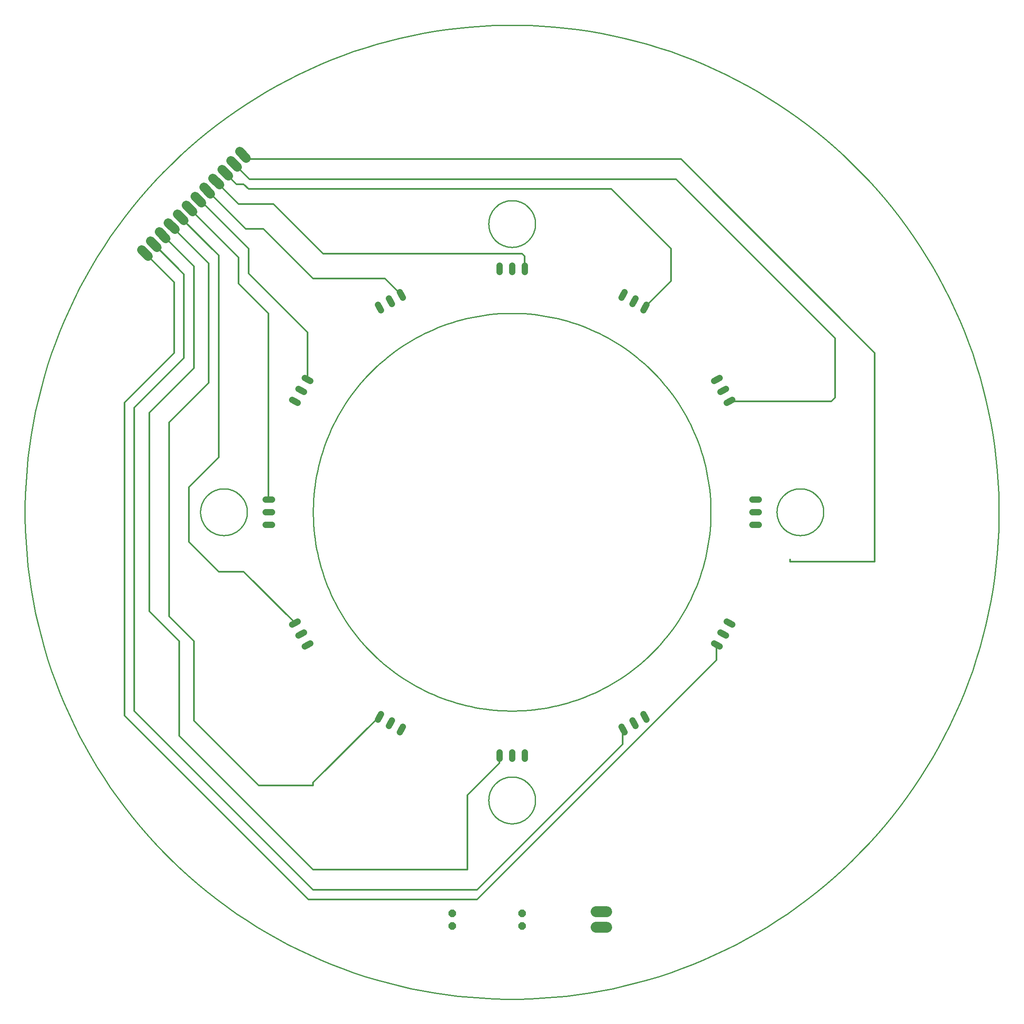
<source format=gtl>
G04 EAGLE Gerber RS-274X export*
G75*
%MOMM*%
%FSLAX34Y34*%
%LPD*%
%INTop Copper*%
%IPPOS*%
%AMOC8*
5,1,8,0,0,1.08239X$1,22.5*%
G01*
%ADD10P,1.583577X8X292.500000*%
%ADD11C,1.828800*%
%ADD12C,1.270000*%
%ADD13C,2.184400*%
%ADD14C,0.304800*%
%ADD15C,0.254000*%


D10*
X20000Y-807300D03*
X20000Y-832700D03*
X-120000Y-807300D03*
X-120000Y-832700D03*
D11*
X-534751Y712317D02*
X-547683Y725249D01*
X-565643Y707288D02*
X-552712Y694357D01*
X-570672Y676396D02*
X-583604Y689328D01*
X-601565Y671367D02*
X-588633Y658435D01*
X-606593Y640475D02*
X-619525Y653407D01*
X-637486Y635446D02*
X-624554Y622514D01*
X-642514Y604554D02*
X-655446Y617486D01*
X-673407Y599525D02*
X-660475Y586593D01*
X-678435Y568633D02*
X-691367Y581565D01*
X-709328Y563604D02*
X-696396Y550672D01*
X-714357Y532712D02*
X-727288Y545643D01*
X-745249Y527683D02*
X-732317Y514751D01*
D12*
X406153Y263822D02*
X417151Y270172D01*
X429851Y248175D02*
X418853Y241825D01*
X431553Y219828D02*
X442551Y226178D01*
X219828Y431553D02*
X226178Y442551D01*
X248175Y429851D02*
X241825Y418853D01*
X263822Y406153D02*
X270172Y417151D01*
X-25400Y483650D02*
X-25400Y496350D01*
X0Y496350D02*
X0Y483650D01*
X25400Y483650D02*
X25400Y496350D01*
X-263822Y406153D02*
X-270172Y417151D01*
X-248175Y429851D02*
X-241825Y418853D01*
X-219828Y431553D02*
X-226178Y442551D01*
X-431553Y219828D02*
X-442551Y226178D01*
X-429851Y248175D02*
X-418853Y241825D01*
X-406153Y263822D02*
X-417151Y270172D01*
X-483650Y-25400D02*
X-496350Y-25400D01*
X-496350Y0D02*
X-483650Y0D01*
X-483650Y25400D02*
X-496350Y25400D01*
X-406153Y-263822D02*
X-417151Y-270172D01*
X-429851Y-248175D02*
X-418853Y-241825D01*
X-431553Y-219828D02*
X-442551Y-226178D01*
X-219828Y-431553D02*
X-226178Y-442551D01*
X-248175Y-429851D02*
X-241825Y-418853D01*
X-263822Y-406153D02*
X-270172Y-417151D01*
X25400Y-483650D02*
X25400Y-496350D01*
X0Y-496350D02*
X0Y-483650D01*
X-25400Y-483650D02*
X-25400Y-496350D01*
X263822Y-406153D02*
X270172Y-417151D01*
X248175Y-429851D02*
X241825Y-418853D01*
X219828Y-431553D02*
X226178Y-442551D01*
X431553Y-219828D02*
X442551Y-226178D01*
X429851Y-248175D02*
X418853Y-241825D01*
X406153Y-263822D02*
X417151Y-270172D01*
D13*
X190922Y-836000D02*
X169078Y-836000D01*
X169078Y-804000D02*
X190922Y-804000D01*
D12*
X483650Y25400D02*
X496350Y25400D01*
X496350Y0D02*
X483650Y0D01*
X483650Y-25400D02*
X496350Y-25400D01*
D14*
X25400Y490000D02*
X25400Y514600D01*
X20000Y520000D01*
X-550197Y620000D02*
X-595099Y664901D01*
X-380000Y520000D02*
X20000Y520000D01*
X-380000Y520000D02*
X-480000Y620000D01*
X-550197Y620000D01*
X-255951Y470000D02*
X-223003Y437052D01*
X-536118Y570000D02*
X-613059Y646941D01*
X-400000Y470000D02*
X-255951Y470000D01*
X-400000Y470000D02*
X-500000Y570000D01*
X-536118Y570000D01*
X-411652Y361652D02*
X-411652Y266997D01*
X-530000Y480000D02*
X-530000Y530000D01*
X-628980Y628980D01*
X-631020Y628980D01*
X-530000Y480000D02*
X-411652Y361652D01*
X-490000Y400000D02*
X-490000Y25400D01*
X-550000Y512039D02*
X-648980Y611020D01*
X-550000Y460000D02*
X-490000Y400000D01*
X-550000Y460000D02*
X-550000Y512039D01*
X-540055Y-120000D02*
X-437052Y-223003D01*
X-540055Y-120000D02*
X-590000Y-120000D01*
X-650000Y-60000D01*
X-650000Y50000D01*
X-590000Y110000D01*
X-590000Y516118D02*
X-666941Y593059D01*
X-590000Y516118D02*
X-590000Y110000D01*
X-266997Y-411652D02*
X-400000Y-544655D01*
X-400000Y-550000D01*
X-510000Y-550000D01*
X-640000Y-420000D01*
X-640000Y-260000D02*
X-690000Y-210000D01*
X-610000Y500197D02*
X-684901Y575099D01*
X-640000Y-260000D02*
X-640000Y-420000D01*
X-690000Y-210000D02*
X-690000Y180000D01*
X-610000Y260000D01*
X-610000Y500197D01*
X-25400Y-490000D02*
X-25400Y-505400D01*
X-90000Y-570000D01*
X-90000Y-720000D01*
X-400000Y-720000D01*
X-670000Y-450000D01*
X-670000Y-260000D02*
X-730000Y-200000D01*
X-730000Y200000D01*
X-640000Y290000D01*
X-640000Y494276D02*
X-702862Y557138D01*
X-670000Y-260000D02*
X-670000Y-450000D01*
X-640000Y290000D02*
X-640000Y494276D01*
X223003Y-437052D02*
X223003Y-466997D01*
X-70000Y-760000D01*
X-400000Y-760000D01*
X-760000Y210000D02*
X-660000Y310000D01*
X-660000Y478355D01*
X-720822Y539178D01*
X-760000Y-400000D02*
X-400000Y-760000D01*
X-760000Y-400000D02*
X-760000Y210000D01*
X411652Y-266997D02*
X411652Y-298348D01*
X-410000Y-780000D02*
X-780000Y-410000D01*
X-780000Y220000D01*
X-680000Y320000D01*
X-680000Y462434D01*
X-738783Y521217D01*
X411652Y-298348D02*
X-70000Y-780000D01*
X-410000Y-780000D01*
X560000Y-100000D02*
X560000Y-95400D01*
X560000Y-100000D02*
X730000Y-100000D01*
X-532434Y710000D02*
X-541217Y718783D01*
X730000Y320000D02*
X730000Y-100000D01*
X730000Y320000D02*
X340000Y710000D01*
X-532434Y710000D01*
X437052Y223003D02*
X643003Y223003D01*
X650000Y230000D01*
X650000Y350000D01*
X330000Y670000D01*
X-528355Y670000D02*
X-559178Y700822D01*
X-528355Y670000D02*
X330000Y670000D01*
X320000Y464655D02*
X266997Y411652D01*
X-530000Y650000D02*
X-540000Y660000D01*
X-554276Y660000D02*
X-577138Y682862D01*
X320000Y530000D02*
X320000Y464655D01*
X320000Y530000D02*
X200000Y650000D01*
X-530000Y650000D01*
X-540000Y660000D02*
X-554276Y660000D01*
D15*
X980000Y-12027D02*
X980000Y12027D01*
X979410Y36074D01*
X978229Y60099D01*
X976460Y84088D01*
X974102Y108026D01*
X971158Y131899D01*
X967628Y155693D01*
X963516Y179393D01*
X958823Y202984D01*
X953553Y226454D01*
X947708Y249787D01*
X941293Y272970D01*
X934310Y295988D01*
X926765Y318828D01*
X918661Y341476D01*
X910004Y363918D01*
X900799Y386141D01*
X891052Y408132D01*
X880767Y429876D01*
X869952Y451362D01*
X858613Y472576D01*
X846757Y493505D01*
X834391Y514137D01*
X821522Y534459D01*
X808158Y554459D01*
X794308Y574125D01*
X779979Y593446D01*
X765180Y612408D01*
X749920Y631002D01*
X734209Y649216D01*
X718055Y667039D01*
X701469Y684460D01*
X684460Y701469D01*
X667039Y718055D01*
X649216Y734209D01*
X631002Y749920D01*
X612408Y765180D01*
X593446Y779979D01*
X574125Y794308D01*
X554459Y808158D01*
X534459Y821522D01*
X514137Y834391D01*
X493505Y846757D01*
X472576Y858613D01*
X451362Y869952D01*
X429876Y880767D01*
X408132Y891052D01*
X386141Y900799D01*
X363918Y910004D01*
X341476Y918661D01*
X318828Y926765D01*
X295988Y934310D01*
X272970Y941293D01*
X249787Y947708D01*
X226454Y953553D01*
X202984Y958823D01*
X179393Y963516D01*
X155693Y967628D01*
X131899Y971158D01*
X108026Y974102D01*
X84088Y976460D01*
X60099Y978229D01*
X36074Y979410D01*
X12027Y980000D01*
X-12027Y980000D01*
X-36074Y979410D01*
X-60099Y978229D01*
X-84088Y976460D01*
X-108026Y974102D01*
X-131899Y971158D01*
X-155693Y967628D01*
X-179393Y963516D01*
X-202984Y958823D01*
X-226454Y953553D01*
X-249787Y947708D01*
X-272970Y941293D01*
X-295988Y934310D01*
X-318828Y926765D01*
X-341476Y918661D01*
X-363918Y910004D01*
X-386141Y900799D01*
X-408132Y891052D01*
X-429876Y880767D01*
X-451362Y869952D01*
X-472576Y858613D01*
X-493505Y846757D01*
X-514137Y834391D01*
X-534459Y821522D01*
X-554459Y808158D01*
X-574125Y794308D01*
X-593446Y779979D01*
X-612408Y765180D01*
X-631002Y749920D01*
X-649216Y734209D01*
X-667039Y718055D01*
X-684460Y701469D01*
X-701469Y684460D01*
X-718055Y667039D01*
X-734209Y649216D01*
X-749920Y631002D01*
X-765180Y612408D01*
X-779979Y593446D01*
X-794308Y574125D01*
X-808158Y554459D01*
X-821522Y534459D01*
X-834391Y514137D01*
X-846757Y493505D01*
X-858613Y472576D01*
X-869952Y451362D01*
X-880767Y429876D01*
X-891052Y408132D01*
X-900799Y386141D01*
X-910004Y363918D01*
X-918661Y341476D01*
X-926765Y318828D01*
X-934310Y295988D01*
X-941293Y272970D01*
X-947708Y249787D01*
X-953553Y226454D01*
X-958823Y202984D01*
X-963516Y179393D01*
X-967628Y155693D01*
X-971158Y131899D01*
X-974102Y108026D01*
X-976460Y84088D01*
X-978229Y60099D01*
X-979410Y36074D01*
X-980000Y12027D01*
X-980000Y-12027D01*
X-979410Y-36074D01*
X-978229Y-60099D01*
X-976460Y-84088D01*
X-974102Y-108026D01*
X-971158Y-131899D01*
X-967628Y-155693D01*
X-963516Y-179393D01*
X-958823Y-202984D01*
X-953553Y-226454D01*
X-947708Y-249787D01*
X-941293Y-272970D01*
X-934310Y-295988D01*
X-926765Y-318828D01*
X-918661Y-341476D01*
X-910004Y-363918D01*
X-900799Y-386141D01*
X-891052Y-408132D01*
X-880767Y-429876D01*
X-869952Y-451362D01*
X-858613Y-472576D01*
X-846757Y-493505D01*
X-834391Y-514137D01*
X-821522Y-534459D01*
X-808158Y-554459D01*
X-794308Y-574125D01*
X-779979Y-593446D01*
X-765180Y-612408D01*
X-749920Y-631002D01*
X-734209Y-649216D01*
X-718055Y-667039D01*
X-701469Y-684460D01*
X-684460Y-701469D01*
X-667039Y-718055D01*
X-649216Y-734209D01*
X-631002Y-749920D01*
X-612408Y-765180D01*
X-593446Y-779979D01*
X-574125Y-794308D01*
X-554459Y-808158D01*
X-534459Y-821522D01*
X-514137Y-834391D01*
X-493505Y-846757D01*
X-472576Y-858613D01*
X-451362Y-869952D01*
X-429876Y-880767D01*
X-408132Y-891052D01*
X-386141Y-900799D01*
X-363918Y-910004D01*
X-341476Y-918661D01*
X-318828Y-926765D01*
X-295988Y-934310D01*
X-272970Y-941293D01*
X-249787Y-947708D01*
X-226454Y-953553D01*
X-202984Y-958823D01*
X-179393Y-963516D01*
X-155693Y-967628D01*
X-131899Y-971158D01*
X-108026Y-974102D01*
X-84088Y-976460D01*
X-60099Y-978229D01*
X-36074Y-979410D01*
X-12027Y-980000D01*
X12027Y-980000D01*
X36074Y-979410D01*
X60099Y-978229D01*
X84088Y-976460D01*
X108026Y-974102D01*
X131899Y-971158D01*
X155693Y-967628D01*
X179393Y-963516D01*
X202984Y-958823D01*
X226454Y-953553D01*
X249787Y-947708D01*
X272970Y-941293D01*
X295988Y-934310D01*
X318828Y-926765D01*
X341476Y-918661D01*
X363918Y-910004D01*
X386141Y-900799D01*
X408132Y-891052D01*
X429876Y-880767D01*
X451362Y-869952D01*
X472576Y-858613D01*
X493505Y-846757D01*
X514137Y-834391D01*
X534459Y-821522D01*
X554459Y-808158D01*
X574125Y-794308D01*
X593446Y-779979D01*
X612408Y-765180D01*
X631002Y-749920D01*
X649216Y-734209D01*
X667039Y-718055D01*
X684460Y-701469D01*
X701469Y-684460D01*
X718055Y-667039D01*
X734209Y-649216D01*
X749920Y-631002D01*
X765180Y-612408D01*
X779979Y-593446D01*
X794308Y-574125D01*
X808158Y-554459D01*
X821522Y-534459D01*
X834391Y-514137D01*
X846757Y-493505D01*
X858613Y-472576D01*
X869952Y-451362D01*
X880767Y-429876D01*
X891052Y-408132D01*
X900799Y-386141D01*
X910004Y-363918D01*
X918661Y-341476D01*
X926765Y-318828D01*
X934310Y-295988D01*
X941293Y-272970D01*
X947708Y-249787D01*
X953553Y-226454D01*
X958823Y-202984D01*
X963516Y-179393D01*
X967628Y-155693D01*
X971158Y-131899D01*
X974102Y-108026D01*
X976460Y-84088D01*
X978229Y-60099D01*
X979410Y-36074D01*
X980000Y-12027D01*
X627000Y-923D02*
X627000Y923D01*
X626928Y2767D01*
X626783Y4608D01*
X626566Y6441D01*
X626277Y8264D01*
X625917Y10074D01*
X625486Y11869D01*
X624985Y13646D01*
X624414Y15402D01*
X623776Y17133D01*
X623069Y18839D01*
X622296Y20515D01*
X621458Y22160D01*
X620556Y23770D01*
X619592Y25344D01*
X618566Y26879D01*
X617481Y28373D01*
X616339Y29822D01*
X615140Y31226D01*
X613887Y32581D01*
X612581Y33887D01*
X611226Y35140D01*
X609822Y36339D01*
X608373Y37481D01*
X606879Y38566D01*
X605344Y39592D01*
X603770Y40556D01*
X602160Y41458D01*
X600515Y42296D01*
X598839Y43069D01*
X597133Y43776D01*
X595402Y44414D01*
X593646Y44985D01*
X591869Y45486D01*
X590074Y45917D01*
X588264Y46277D01*
X586441Y46566D01*
X584608Y46783D01*
X582767Y46928D01*
X580923Y47000D01*
X579077Y47000D01*
X577233Y46928D01*
X575392Y46783D01*
X573559Y46566D01*
X571736Y46277D01*
X569926Y45917D01*
X568131Y45486D01*
X566354Y44985D01*
X564598Y44414D01*
X562867Y43776D01*
X561161Y43069D01*
X559485Y42296D01*
X557840Y41458D01*
X556230Y40556D01*
X554656Y39592D01*
X553121Y38566D01*
X551627Y37481D01*
X550178Y36339D01*
X548774Y35140D01*
X547419Y33887D01*
X546113Y32581D01*
X544860Y31226D01*
X543662Y29822D01*
X542519Y28373D01*
X541434Y26879D01*
X540408Y25344D01*
X539444Y23770D01*
X538542Y22160D01*
X537704Y20515D01*
X536931Y18839D01*
X536224Y17133D01*
X535586Y15402D01*
X535015Y13646D01*
X534514Y11869D01*
X534083Y10074D01*
X533723Y8264D01*
X533434Y6441D01*
X533217Y4608D01*
X533072Y2767D01*
X533000Y923D01*
X533000Y-923D01*
X533072Y-2767D01*
X533217Y-4608D01*
X533434Y-6441D01*
X533723Y-8264D01*
X534083Y-10074D01*
X534514Y-11869D01*
X535015Y-13646D01*
X535586Y-15402D01*
X536224Y-17133D01*
X536931Y-18839D01*
X537704Y-20515D01*
X538542Y-22160D01*
X539444Y-23770D01*
X540408Y-25344D01*
X541434Y-26879D01*
X542519Y-28373D01*
X543662Y-29822D01*
X544860Y-31226D01*
X546113Y-32581D01*
X547419Y-33887D01*
X548774Y-35140D01*
X550178Y-36339D01*
X551627Y-37481D01*
X553121Y-38566D01*
X554656Y-39592D01*
X556230Y-40556D01*
X557840Y-41458D01*
X559485Y-42296D01*
X561161Y-43069D01*
X562867Y-43776D01*
X564598Y-44414D01*
X566354Y-44985D01*
X568131Y-45486D01*
X569926Y-45917D01*
X571736Y-46277D01*
X573559Y-46566D01*
X575392Y-46783D01*
X577233Y-46928D01*
X579077Y-47000D01*
X580923Y-47000D01*
X582767Y-46928D01*
X584608Y-46783D01*
X586441Y-46566D01*
X588264Y-46277D01*
X590074Y-45917D01*
X591869Y-45486D01*
X593646Y-44985D01*
X595402Y-44414D01*
X597133Y-43776D01*
X598839Y-43069D01*
X600515Y-42296D01*
X602160Y-41458D01*
X603770Y-40556D01*
X605344Y-39592D01*
X606879Y-38566D01*
X608373Y-37481D01*
X609822Y-36339D01*
X611226Y-35140D01*
X612581Y-33887D01*
X613887Y-32581D01*
X615140Y-31226D01*
X616339Y-29822D01*
X617481Y-28373D01*
X618566Y-26879D01*
X619592Y-25344D01*
X620556Y-23770D01*
X621458Y-22160D01*
X622296Y-20515D01*
X623069Y-18839D01*
X623776Y-17133D01*
X624414Y-15402D01*
X624985Y-13646D01*
X625486Y-11869D01*
X625917Y-10074D01*
X626277Y-8264D01*
X626566Y-6441D01*
X626783Y-4608D01*
X626928Y-2767D01*
X627000Y-923D01*
X47000Y579077D02*
X47000Y580923D01*
X46928Y582767D01*
X46783Y584608D01*
X46566Y586441D01*
X46277Y588264D01*
X45917Y590074D01*
X45486Y591869D01*
X44985Y593646D01*
X44414Y595402D01*
X43776Y597133D01*
X43069Y598839D01*
X42296Y600515D01*
X41458Y602160D01*
X40556Y603770D01*
X39592Y605344D01*
X38566Y606879D01*
X37481Y608373D01*
X36339Y609822D01*
X35140Y611226D01*
X33887Y612581D01*
X32581Y613887D01*
X31226Y615140D01*
X29822Y616339D01*
X28373Y617481D01*
X26879Y618566D01*
X25344Y619592D01*
X23770Y620556D01*
X22160Y621458D01*
X20515Y622296D01*
X18839Y623069D01*
X17133Y623776D01*
X15402Y624414D01*
X13646Y624985D01*
X11869Y625486D01*
X10074Y625917D01*
X8264Y626277D01*
X6441Y626566D01*
X4608Y626783D01*
X2767Y626928D01*
X923Y627000D01*
X-923Y627000D01*
X-2767Y626928D01*
X-4608Y626783D01*
X-6441Y626566D01*
X-8264Y626277D01*
X-10074Y625917D01*
X-11869Y625486D01*
X-13646Y624985D01*
X-15402Y624414D01*
X-17133Y623776D01*
X-18839Y623069D01*
X-20515Y622296D01*
X-22160Y621458D01*
X-23770Y620556D01*
X-25344Y619592D01*
X-26879Y618566D01*
X-28373Y617481D01*
X-29822Y616339D01*
X-31226Y615140D01*
X-32581Y613887D01*
X-33887Y612581D01*
X-35140Y611226D01*
X-36339Y609822D01*
X-37481Y608373D01*
X-38566Y606879D01*
X-39592Y605344D01*
X-40556Y603770D01*
X-41458Y602160D01*
X-42296Y600515D01*
X-43069Y598839D01*
X-43776Y597133D01*
X-44414Y595402D01*
X-44985Y593646D01*
X-45486Y591869D01*
X-45917Y590074D01*
X-46277Y588264D01*
X-46566Y586441D01*
X-46783Y584608D01*
X-46928Y582767D01*
X-47000Y580923D01*
X-47000Y579077D01*
X-46928Y577233D01*
X-46783Y575392D01*
X-46566Y573559D01*
X-46277Y571736D01*
X-45917Y569926D01*
X-45486Y568131D01*
X-44985Y566354D01*
X-44414Y564598D01*
X-43776Y562867D01*
X-43069Y561161D01*
X-42296Y559485D01*
X-41458Y557840D01*
X-40556Y556230D01*
X-39592Y554656D01*
X-38566Y553121D01*
X-37481Y551627D01*
X-36339Y550178D01*
X-35140Y548774D01*
X-33887Y547419D01*
X-32581Y546113D01*
X-31226Y544860D01*
X-29822Y543662D01*
X-28373Y542519D01*
X-26879Y541434D01*
X-25344Y540408D01*
X-23770Y539444D01*
X-22160Y538542D01*
X-20515Y537704D01*
X-18839Y536931D01*
X-17133Y536224D01*
X-15402Y535586D01*
X-13646Y535015D01*
X-11869Y534514D01*
X-10074Y534083D01*
X-8264Y533723D01*
X-6441Y533434D01*
X-4608Y533217D01*
X-2767Y533072D01*
X-923Y533000D01*
X923Y533000D01*
X2767Y533072D01*
X4608Y533217D01*
X6441Y533434D01*
X8264Y533723D01*
X10074Y534083D01*
X11869Y534514D01*
X13646Y535015D01*
X15402Y535586D01*
X17133Y536224D01*
X18839Y536931D01*
X20515Y537704D01*
X22160Y538542D01*
X23770Y539444D01*
X25344Y540408D01*
X26879Y541434D01*
X28373Y542519D01*
X29822Y543662D01*
X31226Y544860D01*
X32581Y546113D01*
X33887Y547419D01*
X35140Y548774D01*
X36339Y550178D01*
X37481Y551627D01*
X38566Y553121D01*
X39592Y554656D01*
X40556Y556230D01*
X41458Y557840D01*
X42296Y559485D01*
X43069Y561161D01*
X43776Y562867D01*
X44414Y564598D01*
X44985Y566354D01*
X45486Y568131D01*
X45917Y569926D01*
X46277Y571736D01*
X46566Y573559D01*
X46783Y575392D01*
X46928Y577233D01*
X47000Y579077D01*
X-533000Y-923D02*
X-533000Y923D01*
X-533072Y2767D01*
X-533217Y4608D01*
X-533434Y6441D01*
X-533723Y8264D01*
X-534083Y10074D01*
X-534514Y11869D01*
X-535015Y13646D01*
X-535586Y15402D01*
X-536224Y17133D01*
X-536931Y18839D01*
X-537704Y20515D01*
X-538542Y22160D01*
X-539444Y23770D01*
X-540408Y25344D01*
X-541434Y26879D01*
X-542519Y28373D01*
X-543662Y29822D01*
X-544860Y31226D01*
X-546113Y32581D01*
X-547419Y33887D01*
X-548774Y35140D01*
X-550178Y36339D01*
X-551627Y37481D01*
X-553121Y38566D01*
X-554656Y39592D01*
X-556230Y40556D01*
X-557840Y41458D01*
X-559485Y42296D01*
X-561161Y43069D01*
X-562867Y43776D01*
X-564598Y44414D01*
X-566354Y44985D01*
X-568131Y45486D01*
X-569926Y45917D01*
X-571736Y46277D01*
X-573559Y46566D01*
X-575392Y46783D01*
X-577233Y46928D01*
X-579077Y47000D01*
X-580923Y47000D01*
X-582767Y46928D01*
X-584608Y46783D01*
X-586441Y46566D01*
X-588264Y46277D01*
X-590074Y45917D01*
X-591869Y45486D01*
X-593646Y44985D01*
X-595402Y44414D01*
X-597133Y43776D01*
X-598839Y43069D01*
X-600515Y42296D01*
X-602160Y41458D01*
X-603770Y40556D01*
X-605344Y39592D01*
X-606879Y38566D01*
X-608373Y37481D01*
X-609822Y36339D01*
X-611226Y35140D01*
X-612581Y33887D01*
X-613887Y32581D01*
X-615140Y31226D01*
X-616339Y29822D01*
X-617481Y28373D01*
X-618566Y26879D01*
X-619592Y25344D01*
X-620556Y23770D01*
X-621458Y22160D01*
X-622296Y20515D01*
X-623069Y18839D01*
X-623776Y17133D01*
X-624414Y15402D01*
X-624985Y13646D01*
X-625486Y11869D01*
X-625917Y10074D01*
X-626277Y8264D01*
X-626566Y6441D01*
X-626783Y4608D01*
X-626928Y2767D01*
X-627000Y923D01*
X-627000Y-923D01*
X-626928Y-2767D01*
X-626783Y-4608D01*
X-626566Y-6441D01*
X-626277Y-8264D01*
X-625917Y-10074D01*
X-625486Y-11869D01*
X-624985Y-13646D01*
X-624414Y-15402D01*
X-623776Y-17133D01*
X-623069Y-18839D01*
X-622296Y-20515D01*
X-621458Y-22160D01*
X-620556Y-23770D01*
X-619592Y-25344D01*
X-618566Y-26879D01*
X-617481Y-28373D01*
X-616339Y-29822D01*
X-615140Y-31226D01*
X-613887Y-32581D01*
X-612581Y-33887D01*
X-611226Y-35140D01*
X-609822Y-36339D01*
X-608373Y-37481D01*
X-606879Y-38566D01*
X-605344Y-39592D01*
X-603770Y-40556D01*
X-602160Y-41458D01*
X-600515Y-42296D01*
X-598839Y-43069D01*
X-597133Y-43776D01*
X-595402Y-44414D01*
X-593646Y-44985D01*
X-591869Y-45486D01*
X-590074Y-45917D01*
X-588264Y-46277D01*
X-586441Y-46566D01*
X-584608Y-46783D01*
X-582767Y-46928D01*
X-580923Y-47000D01*
X-579077Y-47000D01*
X-577233Y-46928D01*
X-575392Y-46783D01*
X-573559Y-46566D01*
X-571736Y-46277D01*
X-569926Y-45917D01*
X-568131Y-45486D01*
X-566354Y-44985D01*
X-564598Y-44414D01*
X-562867Y-43776D01*
X-561161Y-43069D01*
X-559485Y-42296D01*
X-557840Y-41458D01*
X-556230Y-40556D01*
X-554656Y-39592D01*
X-553121Y-38566D01*
X-551627Y-37481D01*
X-550178Y-36339D01*
X-548774Y-35140D01*
X-547419Y-33887D01*
X-546113Y-32581D01*
X-544860Y-31226D01*
X-543662Y-29822D01*
X-542519Y-28373D01*
X-541434Y-26879D01*
X-540408Y-25344D01*
X-539444Y-23770D01*
X-538542Y-22160D01*
X-537704Y-20515D01*
X-536931Y-18839D01*
X-536224Y-17133D01*
X-535586Y-15402D01*
X-535015Y-13646D01*
X-534514Y-11869D01*
X-534083Y-10074D01*
X-533723Y-8264D01*
X-533434Y-6441D01*
X-533217Y-4608D01*
X-533072Y-2767D01*
X-533000Y-923D01*
X47000Y-580923D02*
X47000Y-579077D01*
X46928Y-577233D01*
X46783Y-575392D01*
X46566Y-573559D01*
X46277Y-571736D01*
X45917Y-569926D01*
X45486Y-568131D01*
X44985Y-566354D01*
X44414Y-564598D01*
X43776Y-562867D01*
X43069Y-561161D01*
X42296Y-559485D01*
X41458Y-557840D01*
X40556Y-556230D01*
X39592Y-554656D01*
X38566Y-553121D01*
X37481Y-551627D01*
X36339Y-550178D01*
X35140Y-548774D01*
X33887Y-547419D01*
X32581Y-546113D01*
X31226Y-544860D01*
X29822Y-543662D01*
X28373Y-542519D01*
X26879Y-541434D01*
X25344Y-540408D01*
X23770Y-539444D01*
X22160Y-538542D01*
X20515Y-537704D01*
X18839Y-536931D01*
X17133Y-536224D01*
X15402Y-535586D01*
X13646Y-535015D01*
X11869Y-534514D01*
X10074Y-534083D01*
X8264Y-533723D01*
X6441Y-533434D01*
X4608Y-533217D01*
X2767Y-533072D01*
X923Y-533000D01*
X-923Y-533000D01*
X-2767Y-533072D01*
X-4608Y-533217D01*
X-6441Y-533434D01*
X-8264Y-533723D01*
X-10074Y-534083D01*
X-11869Y-534514D01*
X-13646Y-535015D01*
X-15402Y-535586D01*
X-17133Y-536224D01*
X-18839Y-536931D01*
X-20515Y-537704D01*
X-22160Y-538542D01*
X-23770Y-539444D01*
X-25344Y-540408D01*
X-26879Y-541434D01*
X-28373Y-542519D01*
X-29822Y-543662D01*
X-31226Y-544860D01*
X-32581Y-546113D01*
X-33887Y-547419D01*
X-35140Y-548774D01*
X-36339Y-550178D01*
X-37481Y-551627D01*
X-38566Y-553121D01*
X-39592Y-554656D01*
X-40556Y-556230D01*
X-41458Y-557840D01*
X-42296Y-559485D01*
X-43069Y-561161D01*
X-43776Y-562867D01*
X-44414Y-564598D01*
X-44985Y-566354D01*
X-45486Y-568131D01*
X-45917Y-569926D01*
X-46277Y-571736D01*
X-46566Y-573559D01*
X-46783Y-575392D01*
X-46928Y-577233D01*
X-47000Y-579077D01*
X-47000Y-580923D01*
X-46928Y-582767D01*
X-46783Y-584608D01*
X-46566Y-586441D01*
X-46277Y-588264D01*
X-45917Y-590074D01*
X-45486Y-591869D01*
X-44985Y-593646D01*
X-44414Y-595402D01*
X-43776Y-597133D01*
X-43069Y-598839D01*
X-42296Y-600515D01*
X-41458Y-602160D01*
X-40556Y-603770D01*
X-39592Y-605344D01*
X-38566Y-606879D01*
X-37481Y-608373D01*
X-36339Y-609822D01*
X-35140Y-611226D01*
X-33887Y-612581D01*
X-32581Y-613887D01*
X-31226Y-615140D01*
X-29822Y-616339D01*
X-28373Y-617481D01*
X-26879Y-618566D01*
X-25344Y-619592D01*
X-23770Y-620556D01*
X-22160Y-621458D01*
X-20515Y-622296D01*
X-18839Y-623069D01*
X-17133Y-623776D01*
X-15402Y-624414D01*
X-13646Y-624985D01*
X-11869Y-625486D01*
X-10074Y-625917D01*
X-8264Y-626277D01*
X-6441Y-626566D01*
X-4608Y-626783D01*
X-2767Y-626928D01*
X-923Y-627000D01*
X923Y-627000D01*
X2767Y-626928D01*
X4608Y-626783D01*
X6441Y-626566D01*
X8264Y-626277D01*
X10074Y-625917D01*
X11869Y-625486D01*
X13646Y-624985D01*
X15402Y-624414D01*
X17133Y-623776D01*
X18839Y-623069D01*
X20515Y-622296D01*
X22160Y-621458D01*
X23770Y-620556D01*
X25344Y-619592D01*
X26879Y-618566D01*
X28373Y-617481D01*
X29822Y-616339D01*
X31226Y-615140D01*
X32581Y-613887D01*
X33887Y-612581D01*
X35140Y-611226D01*
X36339Y-609822D01*
X37481Y-608373D01*
X38566Y-606879D01*
X39592Y-605344D01*
X40556Y-603770D01*
X41458Y-602160D01*
X42296Y-600515D01*
X43069Y-598839D01*
X43776Y-597133D01*
X44414Y-595402D01*
X44985Y-593646D01*
X45486Y-591869D01*
X45917Y-590074D01*
X46277Y-588264D01*
X46566Y-586441D01*
X46783Y-584608D01*
X46928Y-582767D01*
X47000Y-580923D01*
X400000Y-4909D02*
X400000Y4909D01*
X399759Y14724D01*
X399277Y24530D01*
X398555Y34322D01*
X397593Y44092D01*
X396391Y53836D01*
X394950Y63548D01*
X393272Y73221D01*
X391356Y82851D01*
X389205Y92430D01*
X386820Y101954D01*
X384201Y111416D01*
X381351Y120811D01*
X378271Y130134D01*
X374964Y139378D01*
X371430Y148538D01*
X367673Y157609D01*
X363695Y166584D01*
X359497Y175460D01*
X355083Y184229D01*
X350454Y192888D01*
X345615Y201431D01*
X340568Y209852D01*
X335315Y218146D01*
X329861Y226310D01*
X324207Y234337D01*
X318359Y242223D01*
X312318Y249963D01*
X306090Y257552D01*
X299677Y264986D01*
X293084Y272261D01*
X286314Y279372D01*
X279372Y286314D01*
X272261Y293084D01*
X264986Y299677D01*
X257552Y306090D01*
X249963Y312318D01*
X242223Y318359D01*
X234337Y324207D01*
X226310Y329861D01*
X218146Y335315D01*
X209852Y340568D01*
X201431Y345615D01*
X192888Y350454D01*
X184229Y355083D01*
X175460Y359497D01*
X166584Y363695D01*
X157609Y367673D01*
X148538Y371430D01*
X139378Y374964D01*
X130134Y378271D01*
X120811Y381351D01*
X111416Y384201D01*
X101954Y386820D01*
X92430Y389205D01*
X82851Y391356D01*
X73221Y393272D01*
X63548Y394950D01*
X53836Y396391D01*
X44092Y397593D01*
X34322Y398555D01*
X24530Y399277D01*
X14724Y399759D01*
X4909Y400000D01*
X-4909Y400000D01*
X-14724Y399759D01*
X-24530Y399277D01*
X-34322Y398555D01*
X-44092Y397593D01*
X-53836Y396391D01*
X-63548Y394950D01*
X-73221Y393272D01*
X-82851Y391356D01*
X-92430Y389205D01*
X-101954Y386820D01*
X-111416Y384201D01*
X-120811Y381351D01*
X-130134Y378271D01*
X-139378Y374964D01*
X-148538Y371430D01*
X-157609Y367673D01*
X-166584Y363695D01*
X-175460Y359497D01*
X-184229Y355083D01*
X-192888Y350454D01*
X-201431Y345615D01*
X-209852Y340568D01*
X-218146Y335315D01*
X-226310Y329861D01*
X-234337Y324207D01*
X-242223Y318359D01*
X-249963Y312318D01*
X-257552Y306090D01*
X-264986Y299677D01*
X-272261Y293084D01*
X-279372Y286314D01*
X-286314Y279372D01*
X-293084Y272261D01*
X-299677Y264986D01*
X-306090Y257552D01*
X-312318Y249963D01*
X-318359Y242223D01*
X-324207Y234337D01*
X-329861Y226310D01*
X-335315Y218146D01*
X-340568Y209852D01*
X-345615Y201431D01*
X-350454Y192888D01*
X-355083Y184229D01*
X-359497Y175460D01*
X-363695Y166584D01*
X-367673Y157609D01*
X-371430Y148538D01*
X-374964Y139378D01*
X-378271Y130134D01*
X-381351Y120811D01*
X-384201Y111416D01*
X-386820Y101954D01*
X-389205Y92430D01*
X-391356Y82851D01*
X-393272Y73221D01*
X-394950Y63548D01*
X-396391Y53836D01*
X-397593Y44092D01*
X-398555Y34322D01*
X-399277Y24530D01*
X-399759Y14724D01*
X-400000Y4909D01*
X-400000Y-4909D01*
X-399759Y-14724D01*
X-399277Y-24530D01*
X-398555Y-34322D01*
X-397593Y-44092D01*
X-396391Y-53836D01*
X-394950Y-63548D01*
X-393272Y-73221D01*
X-391356Y-82851D01*
X-389205Y-92430D01*
X-386820Y-101954D01*
X-384201Y-111416D01*
X-381351Y-120811D01*
X-378271Y-130134D01*
X-374964Y-139378D01*
X-371430Y-148538D01*
X-367673Y-157609D01*
X-363695Y-166584D01*
X-359497Y-175460D01*
X-355083Y-184229D01*
X-350454Y-192888D01*
X-345615Y-201431D01*
X-340568Y-209852D01*
X-335315Y-218146D01*
X-329861Y-226310D01*
X-324207Y-234337D01*
X-318359Y-242223D01*
X-312318Y-249963D01*
X-306090Y-257552D01*
X-299677Y-264986D01*
X-293084Y-272261D01*
X-286314Y-279372D01*
X-279372Y-286314D01*
X-272261Y-293084D01*
X-264986Y-299677D01*
X-257552Y-306090D01*
X-249963Y-312318D01*
X-242223Y-318359D01*
X-234337Y-324207D01*
X-226310Y-329861D01*
X-218146Y-335315D01*
X-209852Y-340568D01*
X-201431Y-345615D01*
X-192888Y-350454D01*
X-184229Y-355083D01*
X-175460Y-359497D01*
X-166584Y-363695D01*
X-157609Y-367673D01*
X-148538Y-371430D01*
X-139378Y-374964D01*
X-130134Y-378271D01*
X-120811Y-381351D01*
X-111416Y-384201D01*
X-101954Y-386820D01*
X-92430Y-389205D01*
X-82851Y-391356D01*
X-73221Y-393272D01*
X-63548Y-394950D01*
X-53836Y-396391D01*
X-44092Y-397593D01*
X-34322Y-398555D01*
X-24530Y-399277D01*
X-14724Y-399759D01*
X-4909Y-400000D01*
X4909Y-400000D01*
X14724Y-399759D01*
X24530Y-399277D01*
X34322Y-398555D01*
X44092Y-397593D01*
X53836Y-396391D01*
X63548Y-394950D01*
X73221Y-393272D01*
X82851Y-391356D01*
X92430Y-389205D01*
X101954Y-386820D01*
X111416Y-384201D01*
X120811Y-381351D01*
X130134Y-378271D01*
X139378Y-374964D01*
X148538Y-371430D01*
X157609Y-367673D01*
X166584Y-363695D01*
X175460Y-359497D01*
X184229Y-355083D01*
X192888Y-350454D01*
X201431Y-345615D01*
X209852Y-340568D01*
X218146Y-335315D01*
X226310Y-329861D01*
X234337Y-324207D01*
X242223Y-318359D01*
X249963Y-312318D01*
X257552Y-306090D01*
X264986Y-299677D01*
X272261Y-293084D01*
X279372Y-286314D01*
X286314Y-279372D01*
X293084Y-272261D01*
X299677Y-264986D01*
X306090Y-257552D01*
X312318Y-249963D01*
X318359Y-242223D01*
X324207Y-234337D01*
X329861Y-226310D01*
X335315Y-218146D01*
X340568Y-209852D01*
X345615Y-201431D01*
X350454Y-192888D01*
X355083Y-184229D01*
X359497Y-175460D01*
X363695Y-166584D01*
X367673Y-157609D01*
X371430Y-148538D01*
X374964Y-139378D01*
X378271Y-130134D01*
X381351Y-120811D01*
X384201Y-111416D01*
X386820Y-101954D01*
X389205Y-92430D01*
X391356Y-82851D01*
X393272Y-73221D01*
X394950Y-63548D01*
X396391Y-53836D01*
X397593Y-44092D01*
X398555Y-34322D01*
X399277Y-24530D01*
X399759Y-14724D01*
X400000Y-4909D01*
M02*

</source>
